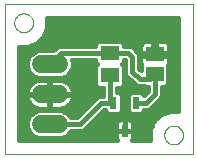
<source format=gtl>
G75*
%MOIN*%
%OFA0B0*%
%FSLAX25Y25*%
%IPPOS*%
%LPD*%
%AMOC8*
5,1,8,0,0,1.08239X$1,22.5*
%
%ADD10C,0.00000*%
%ADD11R,0.05906X0.05118*%
%ADD12C,0.06000*%
%ADD13R,0.06299X0.05118*%
%ADD14R,0.02165X0.04000*%
%ADD15C,0.01600*%
D10*
X0020863Y0029681D02*
X0020863Y0079917D01*
X0083501Y0079917D01*
X0083501Y0029681D01*
X0020863Y0029681D01*
X0024032Y0073500D02*
X0024034Y0073612D01*
X0024040Y0073723D01*
X0024050Y0073835D01*
X0024064Y0073945D01*
X0024082Y0074056D01*
X0024104Y0074165D01*
X0024129Y0074274D01*
X0024159Y0074382D01*
X0024192Y0074488D01*
X0024229Y0074594D01*
X0024270Y0074698D01*
X0024315Y0074800D01*
X0024363Y0074901D01*
X0024415Y0075000D01*
X0024470Y0075097D01*
X0024529Y0075192D01*
X0024591Y0075285D01*
X0024656Y0075376D01*
X0024725Y0075464D01*
X0024797Y0075550D01*
X0024871Y0075633D01*
X0024949Y0075713D01*
X0025029Y0075791D01*
X0025112Y0075865D01*
X0025198Y0075937D01*
X0025286Y0076006D01*
X0025377Y0076071D01*
X0025470Y0076133D01*
X0025565Y0076192D01*
X0025662Y0076247D01*
X0025761Y0076299D01*
X0025862Y0076347D01*
X0025964Y0076392D01*
X0026068Y0076433D01*
X0026174Y0076470D01*
X0026280Y0076503D01*
X0026388Y0076533D01*
X0026497Y0076558D01*
X0026606Y0076580D01*
X0026717Y0076598D01*
X0026827Y0076612D01*
X0026939Y0076622D01*
X0027050Y0076628D01*
X0027162Y0076630D01*
X0027274Y0076628D01*
X0027385Y0076622D01*
X0027497Y0076612D01*
X0027607Y0076598D01*
X0027718Y0076580D01*
X0027827Y0076558D01*
X0027936Y0076533D01*
X0028044Y0076503D01*
X0028150Y0076470D01*
X0028256Y0076433D01*
X0028360Y0076392D01*
X0028462Y0076347D01*
X0028563Y0076299D01*
X0028662Y0076247D01*
X0028759Y0076192D01*
X0028854Y0076133D01*
X0028947Y0076071D01*
X0029038Y0076006D01*
X0029126Y0075937D01*
X0029212Y0075865D01*
X0029295Y0075791D01*
X0029375Y0075713D01*
X0029453Y0075633D01*
X0029527Y0075550D01*
X0029599Y0075464D01*
X0029668Y0075376D01*
X0029733Y0075285D01*
X0029795Y0075192D01*
X0029854Y0075097D01*
X0029909Y0075000D01*
X0029961Y0074901D01*
X0030009Y0074800D01*
X0030054Y0074698D01*
X0030095Y0074594D01*
X0030132Y0074488D01*
X0030165Y0074382D01*
X0030195Y0074274D01*
X0030220Y0074165D01*
X0030242Y0074056D01*
X0030260Y0073945D01*
X0030274Y0073835D01*
X0030284Y0073723D01*
X0030290Y0073612D01*
X0030292Y0073500D01*
X0030290Y0073388D01*
X0030284Y0073277D01*
X0030274Y0073165D01*
X0030260Y0073055D01*
X0030242Y0072944D01*
X0030220Y0072835D01*
X0030195Y0072726D01*
X0030165Y0072618D01*
X0030132Y0072512D01*
X0030095Y0072406D01*
X0030054Y0072302D01*
X0030009Y0072200D01*
X0029961Y0072099D01*
X0029909Y0072000D01*
X0029854Y0071903D01*
X0029795Y0071808D01*
X0029733Y0071715D01*
X0029668Y0071624D01*
X0029599Y0071536D01*
X0029527Y0071450D01*
X0029453Y0071367D01*
X0029375Y0071287D01*
X0029295Y0071209D01*
X0029212Y0071135D01*
X0029126Y0071063D01*
X0029038Y0070994D01*
X0028947Y0070929D01*
X0028854Y0070867D01*
X0028759Y0070808D01*
X0028662Y0070753D01*
X0028563Y0070701D01*
X0028462Y0070653D01*
X0028360Y0070608D01*
X0028256Y0070567D01*
X0028150Y0070530D01*
X0028044Y0070497D01*
X0027936Y0070467D01*
X0027827Y0070442D01*
X0027718Y0070420D01*
X0027607Y0070402D01*
X0027497Y0070388D01*
X0027385Y0070378D01*
X0027274Y0070372D01*
X0027162Y0070370D01*
X0027050Y0070372D01*
X0026939Y0070378D01*
X0026827Y0070388D01*
X0026717Y0070402D01*
X0026606Y0070420D01*
X0026497Y0070442D01*
X0026388Y0070467D01*
X0026280Y0070497D01*
X0026174Y0070530D01*
X0026068Y0070567D01*
X0025964Y0070608D01*
X0025862Y0070653D01*
X0025761Y0070701D01*
X0025662Y0070753D01*
X0025565Y0070808D01*
X0025470Y0070867D01*
X0025377Y0070929D01*
X0025286Y0070994D01*
X0025198Y0071063D01*
X0025112Y0071135D01*
X0025029Y0071209D01*
X0024949Y0071287D01*
X0024871Y0071367D01*
X0024797Y0071450D01*
X0024725Y0071536D01*
X0024656Y0071624D01*
X0024591Y0071715D01*
X0024529Y0071808D01*
X0024470Y0071903D01*
X0024415Y0072000D01*
X0024363Y0072099D01*
X0024315Y0072200D01*
X0024270Y0072302D01*
X0024229Y0072406D01*
X0024192Y0072512D01*
X0024159Y0072618D01*
X0024129Y0072726D01*
X0024104Y0072835D01*
X0024082Y0072944D01*
X0024064Y0073055D01*
X0024050Y0073165D01*
X0024040Y0073277D01*
X0024034Y0073388D01*
X0024032Y0073500D01*
X0074032Y0036098D02*
X0074034Y0036210D01*
X0074040Y0036321D01*
X0074050Y0036433D01*
X0074064Y0036543D01*
X0074082Y0036654D01*
X0074104Y0036763D01*
X0074129Y0036872D01*
X0074159Y0036980D01*
X0074192Y0037086D01*
X0074229Y0037192D01*
X0074270Y0037296D01*
X0074315Y0037398D01*
X0074363Y0037499D01*
X0074415Y0037598D01*
X0074470Y0037695D01*
X0074529Y0037790D01*
X0074591Y0037883D01*
X0074656Y0037974D01*
X0074725Y0038062D01*
X0074797Y0038148D01*
X0074871Y0038231D01*
X0074949Y0038311D01*
X0075029Y0038389D01*
X0075112Y0038463D01*
X0075198Y0038535D01*
X0075286Y0038604D01*
X0075377Y0038669D01*
X0075470Y0038731D01*
X0075565Y0038790D01*
X0075662Y0038845D01*
X0075761Y0038897D01*
X0075862Y0038945D01*
X0075964Y0038990D01*
X0076068Y0039031D01*
X0076174Y0039068D01*
X0076280Y0039101D01*
X0076388Y0039131D01*
X0076497Y0039156D01*
X0076606Y0039178D01*
X0076717Y0039196D01*
X0076827Y0039210D01*
X0076939Y0039220D01*
X0077050Y0039226D01*
X0077162Y0039228D01*
X0077274Y0039226D01*
X0077385Y0039220D01*
X0077497Y0039210D01*
X0077607Y0039196D01*
X0077718Y0039178D01*
X0077827Y0039156D01*
X0077936Y0039131D01*
X0078044Y0039101D01*
X0078150Y0039068D01*
X0078256Y0039031D01*
X0078360Y0038990D01*
X0078462Y0038945D01*
X0078563Y0038897D01*
X0078662Y0038845D01*
X0078759Y0038790D01*
X0078854Y0038731D01*
X0078947Y0038669D01*
X0079038Y0038604D01*
X0079126Y0038535D01*
X0079212Y0038463D01*
X0079295Y0038389D01*
X0079375Y0038311D01*
X0079453Y0038231D01*
X0079527Y0038148D01*
X0079599Y0038062D01*
X0079668Y0037974D01*
X0079733Y0037883D01*
X0079795Y0037790D01*
X0079854Y0037695D01*
X0079909Y0037598D01*
X0079961Y0037499D01*
X0080009Y0037398D01*
X0080054Y0037296D01*
X0080095Y0037192D01*
X0080132Y0037086D01*
X0080165Y0036980D01*
X0080195Y0036872D01*
X0080220Y0036763D01*
X0080242Y0036654D01*
X0080260Y0036543D01*
X0080274Y0036433D01*
X0080284Y0036321D01*
X0080290Y0036210D01*
X0080292Y0036098D01*
X0080290Y0035986D01*
X0080284Y0035875D01*
X0080274Y0035763D01*
X0080260Y0035653D01*
X0080242Y0035542D01*
X0080220Y0035433D01*
X0080195Y0035324D01*
X0080165Y0035216D01*
X0080132Y0035110D01*
X0080095Y0035004D01*
X0080054Y0034900D01*
X0080009Y0034798D01*
X0079961Y0034697D01*
X0079909Y0034598D01*
X0079854Y0034501D01*
X0079795Y0034406D01*
X0079733Y0034313D01*
X0079668Y0034222D01*
X0079599Y0034134D01*
X0079527Y0034048D01*
X0079453Y0033965D01*
X0079375Y0033885D01*
X0079295Y0033807D01*
X0079212Y0033733D01*
X0079126Y0033661D01*
X0079038Y0033592D01*
X0078947Y0033527D01*
X0078854Y0033465D01*
X0078759Y0033406D01*
X0078662Y0033351D01*
X0078563Y0033299D01*
X0078462Y0033251D01*
X0078360Y0033206D01*
X0078256Y0033165D01*
X0078150Y0033128D01*
X0078044Y0033095D01*
X0077936Y0033065D01*
X0077827Y0033040D01*
X0077718Y0033018D01*
X0077607Y0033000D01*
X0077497Y0032986D01*
X0077385Y0032976D01*
X0077274Y0032970D01*
X0077162Y0032968D01*
X0077050Y0032970D01*
X0076939Y0032976D01*
X0076827Y0032986D01*
X0076717Y0033000D01*
X0076606Y0033018D01*
X0076497Y0033040D01*
X0076388Y0033065D01*
X0076280Y0033095D01*
X0076174Y0033128D01*
X0076068Y0033165D01*
X0075964Y0033206D01*
X0075862Y0033251D01*
X0075761Y0033299D01*
X0075662Y0033351D01*
X0075565Y0033406D01*
X0075470Y0033465D01*
X0075377Y0033527D01*
X0075286Y0033592D01*
X0075198Y0033661D01*
X0075112Y0033733D01*
X0075029Y0033807D01*
X0074949Y0033885D01*
X0074871Y0033965D01*
X0074797Y0034048D01*
X0074725Y0034134D01*
X0074656Y0034222D01*
X0074591Y0034313D01*
X0074529Y0034406D01*
X0074470Y0034501D01*
X0074415Y0034598D01*
X0074363Y0034697D01*
X0074315Y0034798D01*
X0074270Y0034900D01*
X0074229Y0035004D01*
X0074192Y0035110D01*
X0074159Y0035216D01*
X0074129Y0035324D01*
X0074104Y0035433D01*
X0074082Y0035542D01*
X0074064Y0035653D01*
X0074050Y0035763D01*
X0074040Y0035875D01*
X0074034Y0035986D01*
X0074032Y0036098D01*
D11*
X0070863Y0056335D03*
X0070863Y0063028D03*
D12*
X0038863Y0059681D02*
X0032863Y0059681D01*
X0032863Y0049681D02*
X0038863Y0049681D01*
X0038863Y0039681D02*
X0032863Y0039681D01*
D13*
X0055863Y0055941D03*
X0055863Y0063421D03*
D14*
X0057123Y0046846D03*
X0064603Y0046846D03*
X0060863Y0037516D03*
D15*
X0060863Y0037516D01*
X0060863Y0041316D01*
X0062183Y0041316D01*
X0062640Y0041193D01*
X0063051Y0040956D01*
X0063386Y0040621D01*
X0063623Y0040211D01*
X0063746Y0039753D01*
X0063746Y0037516D01*
X0060863Y0037516D01*
X0060863Y0037516D01*
X0060863Y0041316D01*
X0059543Y0041316D01*
X0059085Y0041193D01*
X0058675Y0040956D01*
X0058340Y0040621D01*
X0058103Y0040211D01*
X0057980Y0039753D01*
X0057980Y0037516D01*
X0060863Y0037516D01*
X0063746Y0037516D01*
X0063746Y0035279D01*
X0063623Y0034821D01*
X0063427Y0034481D01*
X0069249Y0034481D01*
X0069232Y0034521D01*
X0069232Y0037676D01*
X0070439Y0040590D01*
X0072670Y0042821D01*
X0075585Y0044028D01*
X0078701Y0044028D01*
X0078701Y0075117D01*
X0035075Y0075117D01*
X0035092Y0075077D01*
X0035092Y0071923D01*
X0033885Y0069008D01*
X0031654Y0066777D01*
X0028739Y0065570D01*
X0025663Y0065570D01*
X0025663Y0034481D01*
X0058299Y0034481D01*
X0058103Y0034821D01*
X0057980Y0035279D01*
X0057980Y0037516D01*
X0060863Y0037516D01*
X0060863Y0037516D01*
X0060863Y0039068D02*
X0060863Y0039068D01*
X0060863Y0040666D02*
X0060863Y0040666D01*
X0063341Y0040666D02*
X0070515Y0040666D01*
X0069809Y0039068D02*
X0063746Y0039068D01*
X0063746Y0037469D02*
X0069232Y0037469D01*
X0069232Y0035871D02*
X0063746Y0035871D01*
X0058385Y0040666D02*
X0050242Y0040666D01*
X0048644Y0039068D02*
X0057980Y0039068D01*
X0057980Y0037469D02*
X0046794Y0037469D01*
X0047222Y0037646D02*
X0054022Y0044446D01*
X0054440Y0044446D01*
X0054440Y0044184D01*
X0055377Y0043246D01*
X0058868Y0043246D01*
X0059805Y0044184D01*
X0059805Y0049509D01*
X0058868Y0050446D01*
X0058263Y0050446D01*
X0058263Y0051782D01*
X0059675Y0051782D01*
X0060612Y0052719D01*
X0060612Y0059163D01*
X0060094Y0059681D01*
X0060612Y0060199D01*
X0060612Y0061021D01*
X0060963Y0061021D01*
X0060963Y0056704D01*
X0061328Y0055822D01*
X0063828Y0053322D01*
X0063828Y0053322D01*
X0064503Y0052646D01*
X0065385Y0052281D01*
X0067142Y0052281D01*
X0067247Y0052176D01*
X0068463Y0052176D01*
X0068463Y0050675D01*
X0067286Y0049498D01*
X0067286Y0049509D01*
X0066348Y0050446D01*
X0062858Y0050446D01*
X0061920Y0049509D01*
X0061920Y0044184D01*
X0062858Y0043246D01*
X0066348Y0043246D01*
X0067286Y0044184D01*
X0067286Y0044446D01*
X0068506Y0044446D01*
X0069388Y0044812D01*
X0072222Y0047646D01*
X0072897Y0048322D01*
X0073263Y0049204D01*
X0073263Y0052176D01*
X0074478Y0052176D01*
X0075416Y0053113D01*
X0075416Y0059556D01*
X0075385Y0059587D01*
X0075493Y0059774D01*
X0075616Y0060232D01*
X0075616Y0062548D01*
X0071342Y0062548D01*
X0071342Y0063507D01*
X0070383Y0063507D01*
X0070383Y0062548D01*
X0066110Y0062548D01*
X0066110Y0060232D01*
X0066233Y0059774D01*
X0066341Y0059587D01*
X0066310Y0059556D01*
X0066310Y0057628D01*
X0065763Y0058175D01*
X0065763Y0062658D01*
X0065397Y0063541D01*
X0063482Y0065456D01*
X0062600Y0065821D01*
X0060612Y0065821D01*
X0060612Y0066643D01*
X0059675Y0067580D01*
X0052051Y0067580D01*
X0051113Y0066643D01*
X0051113Y0065821D01*
X0039126Y0065821D01*
X0038244Y0065456D01*
X0037568Y0064781D01*
X0037069Y0064281D01*
X0031948Y0064281D01*
X0030257Y0063581D01*
X0028963Y0062287D01*
X0028263Y0060596D01*
X0028263Y0058766D01*
X0028963Y0057075D01*
X0030257Y0055781D01*
X0031948Y0055081D01*
X0039778Y0055081D01*
X0041469Y0055781D01*
X0042763Y0057075D01*
X0043463Y0058766D01*
X0043463Y0060596D01*
X0043287Y0061021D01*
X0051113Y0061021D01*
X0051113Y0060199D01*
X0051632Y0059681D01*
X0051113Y0059163D01*
X0051113Y0052719D01*
X0052051Y0051782D01*
X0053463Y0051782D01*
X0053463Y0049246D01*
X0052551Y0049246D01*
X0051669Y0048881D01*
X0050994Y0048206D01*
X0044869Y0042081D01*
X0042848Y0042081D01*
X0042763Y0042287D01*
X0041469Y0043581D01*
X0039778Y0044281D01*
X0031948Y0044281D01*
X0030257Y0043581D01*
X0028963Y0042287D01*
X0028263Y0040596D01*
X0028263Y0038766D01*
X0028963Y0037075D01*
X0030257Y0035781D01*
X0031948Y0035081D01*
X0039778Y0035081D01*
X0041469Y0035781D01*
X0042763Y0037075D01*
X0042848Y0037281D01*
X0046340Y0037281D01*
X0047222Y0037646D01*
X0045863Y0039681D02*
X0053028Y0046846D01*
X0057123Y0046846D01*
X0055863Y0048106D01*
X0055863Y0055941D01*
X0060612Y0056651D02*
X0060985Y0056651D01*
X0060963Y0058250D02*
X0060612Y0058250D01*
X0060261Y0059848D02*
X0060963Y0059848D01*
X0063363Y0062181D02*
X0063363Y0057181D01*
X0065863Y0054681D01*
X0069209Y0054681D01*
X0070863Y0056335D01*
X0070863Y0049681D01*
X0068028Y0046846D01*
X0064603Y0046846D01*
X0061920Y0047060D02*
X0059805Y0047060D01*
X0059805Y0045462D02*
X0061920Y0045462D01*
X0062241Y0043863D02*
X0059485Y0043863D01*
X0054760Y0043863D02*
X0053439Y0043863D01*
X0051841Y0042265D02*
X0072114Y0042265D01*
X0075186Y0043863D02*
X0066965Y0043863D01*
X0070038Y0045462D02*
X0078701Y0045462D01*
X0078701Y0047060D02*
X0071636Y0047060D01*
X0073037Y0048659D02*
X0078701Y0048659D01*
X0078701Y0050257D02*
X0073263Y0050257D01*
X0073263Y0051856D02*
X0078701Y0051856D01*
X0078701Y0053454D02*
X0075416Y0053454D01*
X0075416Y0055053D02*
X0078701Y0055053D01*
X0078701Y0056651D02*
X0075416Y0056651D01*
X0075416Y0058250D02*
X0078701Y0058250D01*
X0078701Y0059848D02*
X0075513Y0059848D01*
X0075616Y0061447D02*
X0078701Y0061447D01*
X0078701Y0063045D02*
X0071342Y0063045D01*
X0071342Y0063507D02*
X0075616Y0063507D01*
X0075616Y0065824D01*
X0075493Y0066281D01*
X0075256Y0066692D01*
X0074921Y0067027D01*
X0074510Y0067264D01*
X0074053Y0067387D01*
X0071342Y0067387D01*
X0071342Y0063507D01*
X0070383Y0063507D02*
X0070383Y0067387D01*
X0067673Y0067387D01*
X0067215Y0067264D01*
X0066805Y0067027D01*
X0066470Y0066692D01*
X0066233Y0066281D01*
X0066110Y0065824D01*
X0066110Y0063507D01*
X0070383Y0063507D01*
X0070383Y0063045D02*
X0065603Y0063045D01*
X0065763Y0061447D02*
X0066110Y0061447D01*
X0066213Y0059848D02*
X0065763Y0059848D01*
X0065763Y0058250D02*
X0066310Y0058250D01*
X0063363Y0062181D02*
X0062123Y0063421D01*
X0055863Y0063421D01*
X0039603Y0063421D01*
X0035863Y0059681D01*
X0037432Y0064644D02*
X0025663Y0064644D01*
X0025663Y0063045D02*
X0029722Y0063045D01*
X0028615Y0061447D02*
X0025663Y0061447D01*
X0025663Y0059848D02*
X0028263Y0059848D01*
X0028477Y0058250D02*
X0025663Y0058250D01*
X0025663Y0056651D02*
X0029387Y0056651D01*
X0031020Y0054129D02*
X0030347Y0053786D01*
X0029736Y0053342D01*
X0029202Y0052808D01*
X0028758Y0052197D01*
X0028415Y0051524D01*
X0028181Y0050805D01*
X0028063Y0050059D01*
X0028063Y0049881D01*
X0035663Y0049881D01*
X0035663Y0054481D01*
X0032485Y0054481D01*
X0031739Y0054363D01*
X0031020Y0054129D01*
X0029890Y0053454D02*
X0025663Y0053454D01*
X0025663Y0051856D02*
X0028584Y0051856D01*
X0028094Y0050257D02*
X0025663Y0050257D01*
X0025663Y0048659D02*
X0028165Y0048659D01*
X0028181Y0048557D02*
X0028415Y0047839D01*
X0028758Y0047165D01*
X0029202Y0046554D01*
X0029736Y0046020D01*
X0030347Y0045576D01*
X0031020Y0045233D01*
X0031739Y0044999D01*
X0032485Y0044881D01*
X0035663Y0044881D01*
X0035663Y0049481D01*
X0036063Y0049481D01*
X0036063Y0049881D01*
X0043663Y0049881D01*
X0043663Y0050059D01*
X0043545Y0050805D01*
X0043311Y0051524D01*
X0042968Y0052197D01*
X0042524Y0052808D01*
X0041990Y0053342D01*
X0041379Y0053786D01*
X0040705Y0054129D01*
X0039987Y0054363D01*
X0039241Y0054481D01*
X0036063Y0054481D01*
X0036063Y0049881D01*
X0035663Y0049881D01*
X0035663Y0049481D01*
X0028063Y0049481D01*
X0028063Y0049303D01*
X0028181Y0048557D01*
X0028834Y0047060D02*
X0025663Y0047060D01*
X0025663Y0045462D02*
X0030571Y0045462D01*
X0030939Y0043863D02*
X0025663Y0043863D01*
X0025663Y0042265D02*
X0028954Y0042265D01*
X0028292Y0040666D02*
X0025663Y0040666D01*
X0025663Y0039068D02*
X0028263Y0039068D01*
X0028800Y0037469D02*
X0025663Y0037469D01*
X0025663Y0035871D02*
X0030168Y0035871D01*
X0035863Y0039681D02*
X0045863Y0039681D01*
X0045052Y0042265D02*
X0042772Y0042265D01*
X0040787Y0043863D02*
X0046651Y0043863D01*
X0048249Y0045462D02*
X0041155Y0045462D01*
X0041379Y0045576D02*
X0041990Y0046020D01*
X0042524Y0046554D01*
X0042968Y0047165D01*
X0043311Y0047839D01*
X0043545Y0048557D01*
X0043663Y0049303D01*
X0043663Y0049481D01*
X0036063Y0049481D01*
X0036063Y0044881D01*
X0039241Y0044881D01*
X0039987Y0044999D01*
X0040705Y0045233D01*
X0041379Y0045576D01*
X0042892Y0047060D02*
X0049848Y0047060D01*
X0051446Y0048659D02*
X0043561Y0048659D01*
X0043631Y0050257D02*
X0053463Y0050257D01*
X0051977Y0051856D02*
X0043142Y0051856D01*
X0041836Y0053454D02*
X0051113Y0053454D01*
X0051113Y0055053D02*
X0025663Y0055053D01*
X0035663Y0053454D02*
X0036063Y0053454D01*
X0036063Y0051856D02*
X0035663Y0051856D01*
X0035663Y0050257D02*
X0036063Y0050257D01*
X0036063Y0048659D02*
X0035663Y0048659D01*
X0035663Y0047060D02*
X0036063Y0047060D01*
X0036063Y0045462D02*
X0035663Y0045462D01*
X0041558Y0035871D02*
X0057980Y0035871D01*
X0059805Y0048659D02*
X0061920Y0048659D01*
X0062668Y0050257D02*
X0059057Y0050257D01*
X0059749Y0051856D02*
X0068463Y0051856D01*
X0068045Y0050257D02*
X0066538Y0050257D01*
X0063696Y0053454D02*
X0060612Y0053454D01*
X0060612Y0055053D02*
X0062097Y0055053D01*
X0064294Y0064644D02*
X0066110Y0064644D01*
X0066222Y0066242D02*
X0060612Y0066242D01*
X0051113Y0066242D02*
X0030363Y0066242D01*
X0032718Y0067841D02*
X0078701Y0067841D01*
X0078701Y0069439D02*
X0034063Y0069439D01*
X0034726Y0071038D02*
X0078701Y0071038D01*
X0078701Y0072636D02*
X0035092Y0072636D01*
X0035092Y0074235D02*
X0078701Y0074235D01*
X0078701Y0066242D02*
X0075503Y0066242D01*
X0075616Y0064644D02*
X0078701Y0064644D01*
X0071342Y0064644D02*
X0070383Y0064644D01*
X0070383Y0066242D02*
X0071342Y0066242D01*
X0051464Y0059848D02*
X0043463Y0059848D01*
X0043249Y0058250D02*
X0051113Y0058250D01*
X0051113Y0056651D02*
X0042338Y0056651D01*
M02*

</source>
